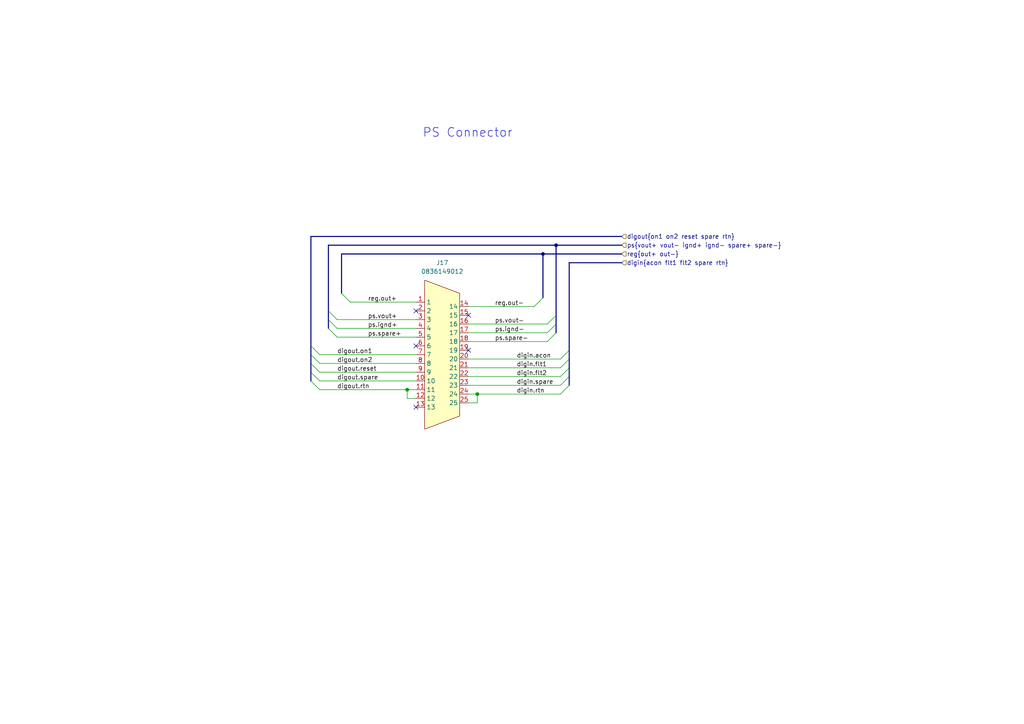
<source format=kicad_sch>
(kicad_sch (version 20250114) (generator "eeschema") (generator_version "9.0")
  (paper "A4")
  (lib_symbols
    (symbol "0836149012:0836149012"
      (property "Reference" "J" (at 3.556 -39.878 0))
      (property "Value" "0836149012" (at 0 4.318 0))
      (symbol "0836149012_1_1"
        (polyline (pts (xy -3.81 0) (xy -3.81 -40.64) (xy 6.35 -36.83) (xy 6.35 -1.27) (xy -3.81 2.54) (xy -3.81 -1.27)) (fill (type background)))
        (pin input line (at -6.35 -3.81 0) (length 2.54) (name "1") (number "1"))
        (pin input line (at -6.35 -6.35 0) (length 2.54) (name "2") (number "2"))
        (pin input line (at -6.35 -8.89 0) (length 2.54) (name "3") (number "3"))
        (pin input line (at -6.35 -11.43 0) (length 2.54) (name "4") (number "4"))
        (pin input line (at -6.35 -13.97 0) (length 2.54) (name "5") (number "5"))
        (pin input line (at -6.35 -16.51 0) (length 2.54) (name "6") (number "6"))
        (pin input line (at -6.35 -19.05 0) (length 2.54) (name "7") (number "7"))
        (pin input line (at -6.35 -21.59 0) (length 2.54) (name "8") (number "8"))
        (pin input line (at -6.35 -24.13 0) (length 2.54) (name "9") (number "9"))
        (pin input line (at -6.35 -26.67 0) (length 2.54) (name "10") (number "10"))
        (pin input line (at -6.35 -29.21 0) (length 2.54) (name "11") (number "11"))
        (pin input line (at -6.35 -31.75 0) (length 2.54) (name "12") (number "12"))
        (pin input line (at -6.35 -34.29 0) (length 2.54) (name "13") (number "13"))
        (pin input line (at 8.89 -5.08 180) (length 2.54) (name "14") (number "14"))
        (pin input line (at 8.89 -7.62 180) (length 2.54) (name "15") (number "15"))
        (pin input line (at 8.89 -10.16 180) (length 2.54) (name "16") (number "16"))
        (pin input line (at 8.89 -12.7 180) (length 2.54) (name "17") (number "17"))
        (pin input line (at 8.89 -15.24 180) (length 2.54) (name "18") (number "18"))
        (pin input line (at 8.89 -17.78 180) (length 2.54) (name "19") (number "19"))
        (pin input line (at 8.89 -20.32 180) (length 2.54) (name "20") (number "20"))
        (pin input line (at 8.89 -22.86 180) (length 2.54) (name "21") (number "21"))
        (pin input line (at 8.89 -25.4 180) (length 2.54) (name "22") (number "22"))
        (pin input line (at 8.89 -27.94 180) (length 2.54) (name "23") (number "23"))
        (pin input line (at 8.89 -30.48 180) (length 2.54) (name "24") (number "24"))
        (pin input line (at 8.89 -33.02 180) (length 2.54) (name "25") (number "25"))
      )
    )
  )
  (text "PS Connector" (at 135.636 38.608 0) (effects (font (size 2.54 2.54))))
  (junction (at 161.29 71.12))
  (junction (at 118.11 113.03))
  (junction (at 157.48 73.66))
  (junction (at 138.43 114.3))
  (no_connect (at 120.65 100.33))
  (no_connect (at 135.89 101.6))
  (no_connect (at 120.65 118.11))
  (no_connect (at 120.65 90.17))
  (no_connect (at 135.89 91.44))
  (bus_entry (at 161.29 96.52) (size -2.54 2.54))
  (bus_entry (at 165.1 101.6) (size -2.54 2.54))
  (bus_entry (at 90.17 105.41) (size 2.54 2.54))
  (bus_entry (at 90.17 110.49) (size 2.54 2.54))
  (bus_entry (at 90.17 102.87) (size 2.54 2.54))
  (bus_entry (at 165.1 111.76) (size -2.54 2.54))
  (bus_entry (at 90.17 100.33) (size 2.54 2.54))
  (bus_entry (at 95.25 95.25) (size 2.54 2.54))
  (bus_entry (at 90.17 107.95) (size 2.54 2.54))
  (bus_entry (at 157.48 86.36) (size -2.54 2.54))
  (bus_entry (at 99.06 85.09) (size 2.54 2.54))
  (bus_entry (at 161.29 91.44) (size -2.54 2.54))
  (bus_entry (at 165.1 104.14) (size -2.54 2.54))
  (bus_entry (at 95.25 90.17) (size 2.54 2.54))
  (bus_entry (at 165.1 109.22) (size -2.54 2.54))
  (bus_entry (at 165.1 106.68) (size -2.54 2.54))
  (bus_entry (at 161.29 93.98) (size -2.54 2.54))
  (bus_entry (at 95.25 92.71) (size 2.54 2.54))
  (wire (pts (xy 97.79 95.25) (xy 120.65 95.25)))
  (wire (pts (xy 92.71 107.95) (xy 120.65 107.95)))
  (wire (pts (xy 92.71 105.41) (xy 120.65 105.41)))
  (bus (pts (xy 99.06 73.66) (xy 157.48 73.66)))
  (wire (pts (xy 135.89 111.76) (xy 162.56 111.76)))
  (wire (pts (xy 118.11 115.57) (xy 118.11 113.03)))
  (wire (pts (xy 135.89 106.68) (xy 162.56 106.68)))
  (wire (pts (xy 118.11 113.03) (xy 120.65 113.03)))
  (wire (pts (xy 135.89 114.3) (xy 138.43 114.3)))
  (bus (pts (xy 165.1 104.14) (xy 165.1 106.68)))
  (wire (pts (xy 101.6 87.63) (xy 120.65 87.63)))
  (bus (pts (xy 90.17 107.95) (xy 90.17 110.49)))
  (bus (pts (xy 165.1 101.6) (xy 165.1 104.14)))
  (wire (pts (xy 135.89 116.84) (xy 138.43 116.84)))
  (wire (pts (xy 120.65 115.57) (xy 118.11 115.57)))
  (bus (pts (xy 161.29 93.98) (xy 161.29 96.52)))
  (bus (pts (xy 95.25 90.17) (xy 95.25 92.71)))
  (bus (pts (xy 90.17 105.41) (xy 90.17 107.95)))
  (bus (pts (xy 165.1 109.22) (xy 165.1 111.76)))
  (wire (pts (xy 135.89 93.98) (xy 158.75 93.98)))
  (wire (pts (xy 135.89 96.52) (xy 158.75 96.52)))
  (bus (pts (xy 165.1 101.6) (xy 165.1 76.2)))
  (wire (pts (xy 135.89 88.9) (xy 154.94 88.9)))
  (wire (pts (xy 135.89 99.06) (xy 158.75 99.06)))
  (wire (pts (xy 92.71 102.87) (xy 120.65 102.87)))
  (wire (pts (xy 97.79 97.79) (xy 120.65 97.79)))
  (bus (pts (xy 95.25 90.17) (xy 95.25 71.12)))
  (wire (pts (xy 138.43 114.3) (xy 162.56 114.3)))
  (bus (pts (xy 161.29 91.44) (xy 161.29 93.98)))
  (wire (pts (xy 97.79 92.71) (xy 120.65 92.71)))
  (wire (pts (xy 138.43 116.84) (xy 138.43 114.3)))
  (bus (pts (xy 165.1 106.68) (xy 165.1 109.22)))
  (bus (pts (xy 95.25 92.71) (xy 95.25 95.25)))
  (bus (pts (xy 90.17 100.33) (xy 90.17 102.87)))
  (wire (pts (xy 135.89 109.22) (xy 162.56 109.22)))
  (wire (pts (xy 92.71 113.03) (xy 118.11 113.03)))
  (wire (pts (xy 135.89 104.14) (xy 162.56 104.14)))
  (bus (pts (xy 161.29 71.12) (xy 161.29 91.44)))
  (bus (pts (xy 90.17 100.33) (xy 90.17 68.58)))
  (wire (pts (xy 92.71 110.49) (xy 120.65 110.49)))
  (bus (pts (xy 99.06 85.09) (xy 99.06 73.66)))
  (bus (pts (xy 90.17 102.87) (xy 90.17 105.41)))
  (bus (pts (xy 165.1 76.2) (xy 180.34 76.2)))
  (bus (pts (xy 95.25 71.12) (xy 161.29 71.12)))
  (bus (pts (xy 90.17 68.58) (xy 180.34 68.58)))
  (bus (pts (xy 157.48 73.66) (xy 180.34 73.66)))
  (bus (pts (xy 157.48 73.66) (xy 157.48 86.36)))
  (bus (pts (xy 161.29 71.12) (xy 180.34 71.12)))
  (label "ps.spare-" (at 143.51 99.06 0))
  (label "ps.ignd-" (at 143.51 96.52 0))
  (label "reg.out-" (at 143.51 88.9 0))
  (label "ps.ignd+" (at 106.68 95.25 0))
  (label "digout.on1" (at 97.79 102.87 0))
  (label "digout.reset" (at 97.79 107.95 0))
  (label "digout.spare" (at 97.79 110.49 0))
  (label "ps.vout+" (at 106.68 92.71 0))
  (label "digin.rtn" (at 149.86 114.3 0))
  (label "digin.flt1" (at 149.86 106.68 0))
  (label "digin.spare" (at 149.86 111.76 0))
  (label "digin.flt2" (at 149.86 109.22 0))
  (label "ps.spare+" (at 106.68 97.79 0))
  (label "digin.acon" (at 149.86 104.14 0))
  (label "reg.out+" (at 106.68 87.63 0))
  (label "ps.vout-" (at 143.51 93.98 0))
  (label "digout.on2" (at 97.79 105.41 0))
  (label "digout.rtn" (at 97.79 113.03 0))
  (hierarchical_label "digin{acon flt1 flt2 spare rtn}" (shape input) (at 180.34 76.2 0))
  (hierarchical_label "ps{vout+ vout- ignd+ ignd- spare+ spare-}" (shape input) (at 180.34 71.12 0))
  (hierarchical_label "digout{on1 on2 reset spare rtn}" (shape input) (at 180.34 68.58 0))
  (hierarchical_label "reg{out+ out-}" (shape input) (at 180.34 73.66 0))
  (symbol (lib_id "0836149012:0836149012") (at 127 83.82 0) (unit 1)
    (property "Reference" "J8" (at 128.27 76.2 0))
    (property "Value" "0836149012" (at 128.27 78.74 0))
    (property "Footprint" "myparts:0836149012" (effects (hide yes)))
    (property "Description" "CONN MICRO-D PLUG 25POS R/A SLDR" (effects (hide yes)))
    (property "Cost" "17.82" (effects (hide yes)))
    (property "MFG" "Molex" (effects (hide yes)))
    (property "MFG_PN" "0836149012" (effects (hide yes)))
    (instances (project "psc_carrier_brd" (path "" (reference "J17") (unit 1)) (path "" (reference "J8") (unit 1)) (path "" (reference "J11") (unit 1)) (path "" (reference "J14") (unit 1))))
  )
)
</source>
